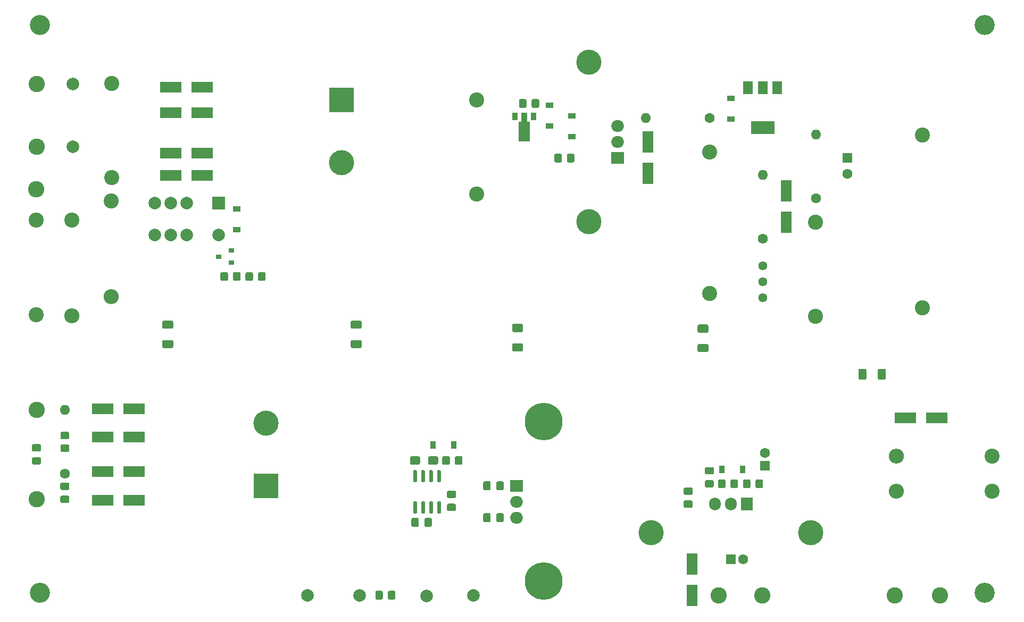
<source format=gbr>
G04 #@! TF.GenerationSoftware,KiCad,Pcbnew,(5.1.10-1-10_14)*
G04 #@! TF.CreationDate,2021-09-02T12:48:23+02:00*
G04 #@! TF.ProjectId,hv-power-supply,68762d70-6f77-4657-922d-737570706c79,rev?*
G04 #@! TF.SameCoordinates,Original*
G04 #@! TF.FileFunction,Soldermask,Top*
G04 #@! TF.FilePolarity,Negative*
%FSLAX46Y46*%
G04 Gerber Fmt 4.6, Leading zero omitted, Abs format (unit mm)*
G04 Created by KiCad (PCBNEW (5.1.10-1-10_14)) date 2021-09-02 12:48:23*
%MOMM*%
%LPD*%
G01*
G04 APERTURE LIST*
%ADD10O,1.600000X1.600000*%
%ADD11C,1.600000*%
%ADD12C,0.100000*%
%ADD13R,0.900000X1.300000*%
%ADD14R,1.500000X2.000000*%
%ADD15R,3.800000X2.000000*%
%ADD16O,2.400000X2.400000*%
%ADD17C,2.400000*%
%ADD18C,2.000000*%
%ADD19R,2.000000X2.000000*%
%ADD20C,2.600000*%
%ADD21C,6.000000*%
%ADD22C,4.000000*%
%ADD23R,3.500000X1.800000*%
%ADD24R,1.800000X3.500000*%
%ADD25R,1.200000X0.900000*%
%ADD26R,0.900000X1.200000*%
%ADD27R,4.000000X4.000000*%
%ADD28R,1.600000X1.600000*%
%ADD29O,2.000000X1.905000*%
%ADD30R,2.000000X1.905000*%
%ADD31O,1.905000X2.000000*%
%ADD32R,1.905000X2.000000*%
%ADD33R,0.900000X0.800000*%
%ADD34C,1.440000*%
%ADD35C,3.200000*%
G04 APERTURE END LIST*
D10*
X151257000Y-72263000D03*
D11*
X161417000Y-72263000D03*
D12*
G36*
X131062500Y-75959000D02*
G01*
X131062500Y-72834000D01*
X131479000Y-72834000D01*
X131479000Y-71359000D01*
X132379000Y-71359000D01*
X132379000Y-72834000D01*
X132795500Y-72834000D01*
X132795500Y-75959000D01*
X131062500Y-75959000D01*
G37*
D13*
X130429000Y-72009000D03*
X133429000Y-72009000D03*
D14*
X172162500Y-67437000D03*
X167562500Y-67437000D03*
X169862500Y-67437000D03*
D15*
X169862500Y-73737000D03*
D16*
X191135000Y-126111000D03*
D17*
X206375000Y-126111000D03*
D16*
X191135000Y-131635500D03*
D17*
X206375000Y-131635500D03*
D10*
X58801000Y-118681500D03*
D11*
X58801000Y-128841500D03*
D16*
X66167000Y-100647500D03*
D17*
X66167000Y-85407500D03*
D16*
X59944000Y-103695500D03*
D17*
X59944000Y-88455500D03*
G36*
G01*
X59251001Y-123409000D02*
X58350999Y-123409000D01*
G75*
G02*
X58101000Y-123159001I0J249999D01*
G01*
X58101000Y-122458999D01*
G75*
G02*
X58350999Y-122209000I249999J0D01*
G01*
X59251001Y-122209000D01*
G75*
G02*
X59501000Y-122458999I0J-249999D01*
G01*
X59501000Y-123159001D01*
G75*
G02*
X59251001Y-123409000I-249999J0D01*
G01*
G37*
G36*
G01*
X59251001Y-125409000D02*
X58350999Y-125409000D01*
G75*
G02*
X58101000Y-125159001I0J249999D01*
G01*
X58101000Y-124458999D01*
G75*
G02*
X58350999Y-124209000I249999J0D01*
G01*
X59251001Y-124209000D01*
G75*
G02*
X59501000Y-124458999I0J-249999D01*
G01*
X59501000Y-125159001D01*
G75*
G02*
X59251001Y-125409000I-249999J0D01*
G01*
G37*
D18*
X73152000Y-85788500D03*
X73152000Y-90868500D03*
X78232000Y-85788500D03*
D19*
X83312000Y-85788500D03*
D18*
X78232000Y-90868500D03*
X83312000Y-90868500D03*
X75692000Y-85788500D03*
X75692000Y-90868500D03*
D20*
X54229000Y-83566000D03*
X54292500Y-76771500D03*
X54292500Y-66802000D03*
X54292500Y-118681500D03*
X54292500Y-132969000D03*
D21*
X135026400Y-145999200D03*
X135026400Y-120599200D03*
D22*
X142176500Y-63373000D03*
X142176500Y-88773000D03*
D23*
X192548500Y-119951500D03*
X197548500Y-119951500D03*
D24*
X173609000Y-88836500D03*
X173609000Y-83836500D03*
D25*
X164846000Y-72388000D03*
X164846000Y-69088000D03*
D24*
X151638000Y-81073000D03*
X151638000Y-76073000D03*
D23*
X75645000Y-67310000D03*
X80645000Y-67310000D03*
D26*
X166647400Y-128193800D03*
X163347400Y-128193800D03*
D24*
X158648400Y-148259800D03*
X158648400Y-143259800D03*
D25*
X135953500Y-70169500D03*
X135953500Y-73469500D03*
X139509500Y-71884000D03*
X139509500Y-75184000D03*
D23*
X75645000Y-71374000D03*
X80645000Y-71374000D03*
X80645000Y-81407000D03*
X75645000Y-81407000D03*
X80645000Y-77851000D03*
X75645000Y-77851000D03*
X64850000Y-133096000D03*
X69850000Y-133096000D03*
X64850000Y-128524000D03*
X69850000Y-128524000D03*
X69850000Y-118554500D03*
X64850000Y-118554500D03*
X69850000Y-123063000D03*
X64850000Y-123063000D03*
D25*
X86169500Y-89977500D03*
X86169500Y-86677500D03*
G36*
G01*
X116636700Y-127196401D02*
X116636700Y-126346399D01*
G75*
G02*
X116886699Y-126096400I249999J0D01*
G01*
X117961701Y-126096400D01*
G75*
G02*
X118211700Y-126346399I0J-249999D01*
G01*
X118211700Y-127196401D01*
G75*
G02*
X117961701Y-127446400I-249999J0D01*
G01*
X116886699Y-127446400D01*
G75*
G02*
X116636700Y-127196401I0J249999D01*
G01*
G37*
G36*
G01*
X113761700Y-127196401D02*
X113761700Y-126346399D01*
G75*
G02*
X114011699Y-126096400I249999J0D01*
G01*
X115086701Y-126096400D01*
G75*
G02*
X115336700Y-126346399I0J-249999D01*
G01*
X115336700Y-127196401D01*
G75*
G02*
X115086701Y-127446400I-249999J0D01*
G01*
X114011699Y-127446400D01*
G75*
G02*
X113761700Y-127196401I0J249999D01*
G01*
G37*
D22*
X90805000Y-120810000D03*
D27*
X90805000Y-130810000D03*
D17*
X178308000Y-103836500D03*
X178308000Y-88836500D03*
G36*
G01*
X161866600Y-128992300D02*
X160916600Y-128992300D01*
G75*
G02*
X160666600Y-128742300I0J250000D01*
G01*
X160666600Y-128067300D01*
G75*
G02*
X160916600Y-127817300I250000J0D01*
G01*
X161866600Y-127817300D01*
G75*
G02*
X162116600Y-128067300I0J-250000D01*
G01*
X162116600Y-128742300D01*
G75*
G02*
X161866600Y-128992300I-250000J0D01*
G01*
G37*
G36*
G01*
X161866600Y-131067300D02*
X160916600Y-131067300D01*
G75*
G02*
X160666600Y-130817300I0J250000D01*
G01*
X160666600Y-130142300D01*
G75*
G02*
X160916600Y-129892300I250000J0D01*
G01*
X161866600Y-129892300D01*
G75*
G02*
X162116600Y-130142300I0J-250000D01*
G01*
X162116600Y-130817300D01*
G75*
G02*
X161866600Y-131067300I-250000J0D01*
G01*
G37*
X66230500Y-66724500D03*
X66230500Y-81724500D03*
D18*
X60071000Y-66771500D03*
X60071000Y-76771500D03*
G36*
G01*
X59276000Y-131461000D02*
X58326000Y-131461000D01*
G75*
G02*
X58076000Y-131211000I0J250000D01*
G01*
X58076000Y-130536000D01*
G75*
G02*
X58326000Y-130286000I250000J0D01*
G01*
X59276000Y-130286000D01*
G75*
G02*
X59526000Y-130536000I0J-250000D01*
G01*
X59526000Y-131211000D01*
G75*
G02*
X59276000Y-131461000I-250000J0D01*
G01*
G37*
G36*
G01*
X59276000Y-133536000D02*
X58326000Y-133536000D01*
G75*
G02*
X58076000Y-133286000I0J250000D01*
G01*
X58076000Y-132611000D01*
G75*
G02*
X58326000Y-132361000I250000J0D01*
G01*
X59276000Y-132361000D01*
G75*
G02*
X59526000Y-132611000I0J-250000D01*
G01*
X59526000Y-133286000D01*
G75*
G02*
X59276000Y-133536000I-250000J0D01*
G01*
G37*
D17*
X54229000Y-103519000D03*
X54229000Y-88519000D03*
G36*
G01*
X54767500Y-125343500D02*
X53817500Y-125343500D01*
G75*
G02*
X53567500Y-125093500I0J250000D01*
G01*
X53567500Y-124418500D01*
G75*
G02*
X53817500Y-124168500I250000J0D01*
G01*
X54767500Y-124168500D01*
G75*
G02*
X55017500Y-124418500I0J-250000D01*
G01*
X55017500Y-125093500D01*
G75*
G02*
X54767500Y-125343500I-250000J0D01*
G01*
G37*
G36*
G01*
X54767500Y-127418500D02*
X53817500Y-127418500D01*
G75*
G02*
X53567500Y-127168500I0J250000D01*
G01*
X53567500Y-126493500D01*
G75*
G02*
X53817500Y-126243500I250000J0D01*
G01*
X54767500Y-126243500D01*
G75*
G02*
X55017500Y-126493500I0J-250000D01*
G01*
X55017500Y-127168500D01*
G75*
G02*
X54767500Y-127418500I-250000J0D01*
G01*
G37*
D22*
X102870000Y-79342000D03*
D27*
X102870000Y-69342000D03*
D11*
X166782500Y-142494000D03*
D28*
X164782500Y-142494000D03*
D29*
X130708400Y-135890000D03*
X130708400Y-133350000D03*
D30*
X130708400Y-130810000D03*
D10*
X169862500Y-81280000D03*
D11*
X169862500Y-91440000D03*
D10*
X178371500Y-74866500D03*
D11*
X178371500Y-85026500D03*
D22*
X152082500Y-138303000D03*
X177482500Y-138303000D03*
D17*
X195326000Y-102430000D03*
X195326000Y-74930000D03*
D11*
X183324500Y-81089500D03*
D28*
X183324500Y-78589500D03*
D17*
X161417000Y-100160500D03*
X161417000Y-77660500D03*
G36*
G01*
X159750599Y-108215600D02*
X161000601Y-108215600D01*
G75*
G02*
X161250600Y-108465599I0J-249999D01*
G01*
X161250600Y-109265601D01*
G75*
G02*
X161000601Y-109515600I-249999J0D01*
G01*
X159750599Y-109515600D01*
G75*
G02*
X159500600Y-109265601I0J249999D01*
G01*
X159500600Y-108465599D01*
G75*
G02*
X159750599Y-108215600I249999J0D01*
G01*
G37*
G36*
G01*
X159750599Y-105115600D02*
X161000601Y-105115600D01*
G75*
G02*
X161250600Y-105365599I0J-249999D01*
G01*
X161250600Y-106165601D01*
G75*
G02*
X161000601Y-106415600I-249999J0D01*
G01*
X159750599Y-106415600D01*
G75*
G02*
X159500600Y-106165601I0J249999D01*
G01*
X159500600Y-105365599D01*
G75*
G02*
X159750599Y-105115600I249999J0D01*
G01*
G37*
G36*
G01*
X130248499Y-108114000D02*
X131498501Y-108114000D01*
G75*
G02*
X131748500Y-108363999I0J-249999D01*
G01*
X131748500Y-109164001D01*
G75*
G02*
X131498501Y-109414000I-249999J0D01*
G01*
X130248499Y-109414000D01*
G75*
G02*
X129998500Y-109164001I0J249999D01*
G01*
X129998500Y-108363999D01*
G75*
G02*
X130248499Y-108114000I249999J0D01*
G01*
G37*
G36*
G01*
X130248499Y-105014000D02*
X131498501Y-105014000D01*
G75*
G02*
X131748500Y-105263999I0J-249999D01*
G01*
X131748500Y-106064001D01*
G75*
G02*
X131498501Y-106314000I-249999J0D01*
G01*
X130248499Y-106314000D01*
G75*
G02*
X129998500Y-106064001I0J249999D01*
G01*
X129998500Y-105263999D01*
G75*
G02*
X130248499Y-105014000I249999J0D01*
G01*
G37*
G36*
G01*
X138719000Y-79063001D02*
X138719000Y-78162999D01*
G75*
G02*
X138968999Y-77913000I249999J0D01*
G01*
X139669001Y-77913000D01*
G75*
G02*
X139919000Y-78162999I0J-249999D01*
G01*
X139919000Y-79063001D01*
G75*
G02*
X139669001Y-79313000I-249999J0D01*
G01*
X138968999Y-79313000D01*
G75*
G02*
X138719000Y-79063001I0J249999D01*
G01*
G37*
G36*
G01*
X136719000Y-79063001D02*
X136719000Y-78162999D01*
G75*
G02*
X136968999Y-77913000I249999J0D01*
G01*
X137669001Y-77913000D01*
G75*
G02*
X137919000Y-78162999I0J-249999D01*
G01*
X137919000Y-79063001D01*
G75*
G02*
X137669001Y-79313000I-249999J0D01*
G01*
X136968999Y-79313000D01*
G75*
G02*
X136719000Y-79063001I0J249999D01*
G01*
G37*
G36*
G01*
X133099000Y-70363501D02*
X133099000Y-69463499D01*
G75*
G02*
X133348999Y-69213500I249999J0D01*
G01*
X134049001Y-69213500D01*
G75*
G02*
X134299000Y-69463499I0J-249999D01*
G01*
X134299000Y-70363501D01*
G75*
G02*
X134049001Y-70613500I-249999J0D01*
G01*
X133348999Y-70613500D01*
G75*
G02*
X133099000Y-70363501I0J249999D01*
G01*
G37*
G36*
G01*
X131099000Y-70363501D02*
X131099000Y-69463499D01*
G75*
G02*
X131348999Y-69213500I249999J0D01*
G01*
X132049001Y-69213500D01*
G75*
G02*
X132299000Y-69463499I0J-249999D01*
G01*
X132299000Y-70363501D01*
G75*
G02*
X132049001Y-70613500I-249999J0D01*
G01*
X131348999Y-70613500D01*
G75*
G02*
X131099000Y-70363501I0J249999D01*
G01*
G37*
G36*
G01*
X120820200Y-132751500D02*
X119870200Y-132751500D01*
G75*
G02*
X119620200Y-132501500I0J250000D01*
G01*
X119620200Y-131826500D01*
G75*
G02*
X119870200Y-131576500I250000J0D01*
G01*
X120820200Y-131576500D01*
G75*
G02*
X121070200Y-131826500I0J-250000D01*
G01*
X121070200Y-132501500D01*
G75*
G02*
X120820200Y-132751500I-250000J0D01*
G01*
G37*
G36*
G01*
X120820200Y-134826500D02*
X119870200Y-134826500D01*
G75*
G02*
X119620200Y-134576500I0J250000D01*
G01*
X119620200Y-133901500D01*
G75*
G02*
X119870200Y-133651500I250000J0D01*
G01*
X120820200Y-133651500D01*
G75*
G02*
X121070200Y-133901500I0J-250000D01*
G01*
X121070200Y-134576500D01*
G75*
G02*
X120820200Y-134826500I-250000J0D01*
G01*
G37*
G36*
G01*
X116041500Y-137101600D02*
X116041500Y-136151600D01*
G75*
G02*
X116291500Y-135901600I250000J0D01*
G01*
X116966500Y-135901600D01*
G75*
G02*
X117216500Y-136151600I0J-250000D01*
G01*
X117216500Y-137101600D01*
G75*
G02*
X116966500Y-137351600I-250000J0D01*
G01*
X116291500Y-137351600D01*
G75*
G02*
X116041500Y-137101600I0J250000D01*
G01*
G37*
G36*
G01*
X113966500Y-137101600D02*
X113966500Y-136151600D01*
G75*
G02*
X114216500Y-135901600I250000J0D01*
G01*
X114891500Y-135901600D01*
G75*
G02*
X115141500Y-136151600I0J-250000D01*
G01*
X115141500Y-137101600D01*
G75*
G02*
X114891500Y-137351600I-250000J0D01*
G01*
X114216500Y-137351600D01*
G75*
G02*
X113966500Y-137101600I0J250000D01*
G01*
G37*
G36*
G01*
X126579300Y-135415000D02*
X126579300Y-136365000D01*
G75*
G02*
X126329300Y-136615000I-250000J0D01*
G01*
X125654300Y-136615000D01*
G75*
G02*
X125404300Y-136365000I0J250000D01*
G01*
X125404300Y-135415000D01*
G75*
G02*
X125654300Y-135165000I250000J0D01*
G01*
X126329300Y-135165000D01*
G75*
G02*
X126579300Y-135415000I0J-250000D01*
G01*
G37*
G36*
G01*
X128654300Y-135415000D02*
X128654300Y-136365000D01*
G75*
G02*
X128404300Y-136615000I-250000J0D01*
G01*
X127729300Y-136615000D01*
G75*
G02*
X127479300Y-136365000I0J250000D01*
G01*
X127479300Y-135415000D01*
G75*
G02*
X127729300Y-135165000I250000J0D01*
G01*
X128404300Y-135165000D01*
G75*
G02*
X128654300Y-135415000I0J-250000D01*
G01*
G37*
G36*
G01*
X126579300Y-130335000D02*
X126579300Y-131285000D01*
G75*
G02*
X126329300Y-131535000I-250000J0D01*
G01*
X125654300Y-131535000D01*
G75*
G02*
X125404300Y-131285000I0J250000D01*
G01*
X125404300Y-130335000D01*
G75*
G02*
X125654300Y-130085000I250000J0D01*
G01*
X126329300Y-130085000D01*
G75*
G02*
X126579300Y-130335000I0J-250000D01*
G01*
G37*
G36*
G01*
X128654300Y-130335000D02*
X128654300Y-131285000D01*
G75*
G02*
X128404300Y-131535000I-250000J0D01*
G01*
X127729300Y-131535000D01*
G75*
G02*
X127479300Y-131285000I0J250000D01*
G01*
X127479300Y-130335000D01*
G75*
G02*
X127729300Y-130085000I250000J0D01*
G01*
X128404300Y-130085000D01*
G75*
G02*
X128654300Y-130335000I0J-250000D01*
G01*
G37*
G36*
G01*
X158488400Y-132243500D02*
X157538400Y-132243500D01*
G75*
G02*
X157288400Y-131993500I0J250000D01*
G01*
X157288400Y-131318500D01*
G75*
G02*
X157538400Y-131068500I250000J0D01*
G01*
X158488400Y-131068500D01*
G75*
G02*
X158738400Y-131318500I0J-250000D01*
G01*
X158738400Y-131993500D01*
G75*
G02*
X158488400Y-132243500I-250000J0D01*
G01*
G37*
G36*
G01*
X158488400Y-134318500D02*
X157538400Y-134318500D01*
G75*
G02*
X157288400Y-134068500I0J250000D01*
G01*
X157288400Y-133393500D01*
G75*
G02*
X157538400Y-133143500I250000J0D01*
G01*
X158488400Y-133143500D01*
G75*
G02*
X158738400Y-133393500I0J-250000D01*
G01*
X158738400Y-134068500D01*
G75*
G02*
X158488400Y-134318500I-250000J0D01*
G01*
G37*
G36*
G01*
X110220200Y-148684401D02*
X110220200Y-147784399D01*
G75*
G02*
X110470199Y-147534400I249999J0D01*
G01*
X111170201Y-147534400D01*
G75*
G02*
X111420200Y-147784399I0J-249999D01*
G01*
X111420200Y-148684401D01*
G75*
G02*
X111170201Y-148934400I-249999J0D01*
G01*
X110470199Y-148934400D01*
G75*
G02*
X110220200Y-148684401I0J249999D01*
G01*
G37*
G36*
G01*
X108220200Y-148684401D02*
X108220200Y-147784399D01*
G75*
G02*
X108470199Y-147534400I249999J0D01*
G01*
X109170201Y-147534400D01*
G75*
G02*
X109420200Y-147784399I0J-249999D01*
G01*
X109420200Y-148684401D01*
G75*
G02*
X109170201Y-148934400I-249999J0D01*
G01*
X108470199Y-148934400D01*
G75*
G02*
X108220200Y-148684401I0J249999D01*
G01*
G37*
D18*
X116357400Y-148336000D03*
X123850400Y-148234400D03*
X97434400Y-148234400D03*
X105740200Y-148234400D03*
G36*
G01*
X118214000Y-133264000D02*
X118514000Y-133264000D01*
G75*
G02*
X118664000Y-133414000I0J-150000D01*
G01*
X118664000Y-135064000D01*
G75*
G02*
X118514000Y-135214000I-150000J0D01*
G01*
X118214000Y-135214000D01*
G75*
G02*
X118064000Y-135064000I0J150000D01*
G01*
X118064000Y-133414000D01*
G75*
G02*
X118214000Y-133264000I150000J0D01*
G01*
G37*
G36*
G01*
X116944000Y-133264000D02*
X117244000Y-133264000D01*
G75*
G02*
X117394000Y-133414000I0J-150000D01*
G01*
X117394000Y-135064000D01*
G75*
G02*
X117244000Y-135214000I-150000J0D01*
G01*
X116944000Y-135214000D01*
G75*
G02*
X116794000Y-135064000I0J150000D01*
G01*
X116794000Y-133414000D01*
G75*
G02*
X116944000Y-133264000I150000J0D01*
G01*
G37*
G36*
G01*
X115674000Y-133264000D02*
X115974000Y-133264000D01*
G75*
G02*
X116124000Y-133414000I0J-150000D01*
G01*
X116124000Y-135064000D01*
G75*
G02*
X115974000Y-135214000I-150000J0D01*
G01*
X115674000Y-135214000D01*
G75*
G02*
X115524000Y-135064000I0J150000D01*
G01*
X115524000Y-133414000D01*
G75*
G02*
X115674000Y-133264000I150000J0D01*
G01*
G37*
G36*
G01*
X114404000Y-133264000D02*
X114704000Y-133264000D01*
G75*
G02*
X114854000Y-133414000I0J-150000D01*
G01*
X114854000Y-135064000D01*
G75*
G02*
X114704000Y-135214000I-150000J0D01*
G01*
X114404000Y-135214000D01*
G75*
G02*
X114254000Y-135064000I0J150000D01*
G01*
X114254000Y-133414000D01*
G75*
G02*
X114404000Y-133264000I150000J0D01*
G01*
G37*
G36*
G01*
X114404000Y-128314000D02*
X114704000Y-128314000D01*
G75*
G02*
X114854000Y-128464000I0J-150000D01*
G01*
X114854000Y-130114000D01*
G75*
G02*
X114704000Y-130264000I-150000J0D01*
G01*
X114404000Y-130264000D01*
G75*
G02*
X114254000Y-130114000I0J150000D01*
G01*
X114254000Y-128464000D01*
G75*
G02*
X114404000Y-128314000I150000J0D01*
G01*
G37*
G36*
G01*
X115674000Y-128314000D02*
X115974000Y-128314000D01*
G75*
G02*
X116124000Y-128464000I0J-150000D01*
G01*
X116124000Y-130114000D01*
G75*
G02*
X115974000Y-130264000I-150000J0D01*
G01*
X115674000Y-130264000D01*
G75*
G02*
X115524000Y-130114000I0J150000D01*
G01*
X115524000Y-128464000D01*
G75*
G02*
X115674000Y-128314000I150000J0D01*
G01*
G37*
G36*
G01*
X116944000Y-128314000D02*
X117244000Y-128314000D01*
G75*
G02*
X117394000Y-128464000I0J-150000D01*
G01*
X117394000Y-130114000D01*
G75*
G02*
X117244000Y-130264000I-150000J0D01*
G01*
X116944000Y-130264000D01*
G75*
G02*
X116794000Y-130114000I0J150000D01*
G01*
X116794000Y-128464000D01*
G75*
G02*
X116944000Y-128314000I150000J0D01*
G01*
G37*
G36*
G01*
X118214000Y-128314000D02*
X118514000Y-128314000D01*
G75*
G02*
X118664000Y-128464000I0J-150000D01*
G01*
X118664000Y-130114000D01*
G75*
G02*
X118514000Y-130264000I-150000J0D01*
G01*
X118214000Y-130264000D01*
G75*
G02*
X118064000Y-130114000I0J150000D01*
G01*
X118064000Y-128464000D01*
G75*
G02*
X118214000Y-128314000I150000J0D01*
G01*
G37*
D31*
X162242500Y-133731000D03*
X164782500Y-133731000D03*
D32*
X167322500Y-133731000D03*
G36*
G01*
X186399000Y-112404999D02*
X186399000Y-113655001D01*
G75*
G02*
X186149001Y-113905000I-249999J0D01*
G01*
X185348999Y-113905000D01*
G75*
G02*
X185099000Y-113655001I0J249999D01*
G01*
X185099000Y-112404999D01*
G75*
G02*
X185348999Y-112155000I249999J0D01*
G01*
X186149001Y-112155000D01*
G75*
G02*
X186399000Y-112404999I0J-249999D01*
G01*
G37*
G36*
G01*
X189499000Y-112404999D02*
X189499000Y-113655001D01*
G75*
G02*
X189249001Y-113905000I-249999J0D01*
G01*
X188448999Y-113905000D01*
G75*
G02*
X188199000Y-113655001I0J249999D01*
G01*
X188199000Y-112404999D01*
G75*
G02*
X188448999Y-112155000I249999J0D01*
G01*
X189249001Y-112155000D01*
G75*
G02*
X189499000Y-112404999I0J-249999D01*
G01*
G37*
G36*
G01*
X104556399Y-107579400D02*
X105806401Y-107579400D01*
G75*
G02*
X106056400Y-107829399I0J-249999D01*
G01*
X106056400Y-108629401D01*
G75*
G02*
X105806401Y-108879400I-249999J0D01*
G01*
X104556399Y-108879400D01*
G75*
G02*
X104306400Y-108629401I0J249999D01*
G01*
X104306400Y-107829399D01*
G75*
G02*
X104556399Y-107579400I249999J0D01*
G01*
G37*
G36*
G01*
X104556399Y-104479400D02*
X105806401Y-104479400D01*
G75*
G02*
X106056400Y-104729399I0J-249999D01*
G01*
X106056400Y-105529401D01*
G75*
G02*
X105806401Y-105779400I-249999J0D01*
G01*
X104556399Y-105779400D01*
G75*
G02*
X104306400Y-105529401I0J249999D01*
G01*
X104306400Y-104729399D01*
G75*
G02*
X104556399Y-104479400I249999J0D01*
G01*
G37*
G36*
G01*
X74558999Y-107580000D02*
X75809001Y-107580000D01*
G75*
G02*
X76059000Y-107829999I0J-249999D01*
G01*
X76059000Y-108630001D01*
G75*
G02*
X75809001Y-108880000I-249999J0D01*
G01*
X74558999Y-108880000D01*
G75*
G02*
X74309000Y-108630001I0J249999D01*
G01*
X74309000Y-107829999D01*
G75*
G02*
X74558999Y-107580000I249999J0D01*
G01*
G37*
G36*
G01*
X74558999Y-104480000D02*
X75809001Y-104480000D01*
G75*
G02*
X76059000Y-104729999I0J-249999D01*
G01*
X76059000Y-105530001D01*
G75*
G02*
X75809001Y-105780000I-249999J0D01*
G01*
X74558999Y-105780000D01*
G75*
G02*
X74309000Y-105530001I0J249999D01*
G01*
X74309000Y-104729999D01*
G75*
G02*
X74558999Y-104480000I249999J0D01*
G01*
G37*
G36*
G01*
X84769500Y-97022499D02*
X84769500Y-97922501D01*
G75*
G02*
X84519501Y-98172500I-249999J0D01*
G01*
X83819499Y-98172500D01*
G75*
G02*
X83569500Y-97922501I0J249999D01*
G01*
X83569500Y-97022499D01*
G75*
G02*
X83819499Y-96772500I249999J0D01*
G01*
X84519501Y-96772500D01*
G75*
G02*
X84769500Y-97022499I0J-249999D01*
G01*
G37*
G36*
G01*
X86769500Y-97022499D02*
X86769500Y-97922501D01*
G75*
G02*
X86519501Y-98172500I-249999J0D01*
G01*
X85819499Y-98172500D01*
G75*
G02*
X85569500Y-97922501I0J249999D01*
G01*
X85569500Y-97022499D01*
G75*
G02*
X85819499Y-96772500I249999J0D01*
G01*
X86519501Y-96772500D01*
G75*
G02*
X86769500Y-97022499I0J-249999D01*
G01*
G37*
G36*
G01*
X89554000Y-97922501D02*
X89554000Y-97022499D01*
G75*
G02*
X89803999Y-96772500I249999J0D01*
G01*
X90504001Y-96772500D01*
G75*
G02*
X90754000Y-97022499I0J-249999D01*
G01*
X90754000Y-97922501D01*
G75*
G02*
X90504001Y-98172500I-249999J0D01*
G01*
X89803999Y-98172500D01*
G75*
G02*
X89554000Y-97922501I0J249999D01*
G01*
G37*
G36*
G01*
X87554000Y-97922501D02*
X87554000Y-97022499D01*
G75*
G02*
X87803999Y-96772500I249999J0D01*
G01*
X88504001Y-96772500D01*
G75*
G02*
X88754000Y-97022499I0J-249999D01*
G01*
X88754000Y-97922501D01*
G75*
G02*
X88504001Y-98172500I-249999J0D01*
G01*
X87803999Y-98172500D01*
G75*
G02*
X87554000Y-97922501I0J249999D01*
G01*
G37*
G36*
G01*
X120881600Y-127221401D02*
X120881600Y-126321399D01*
G75*
G02*
X121131599Y-126071400I249999J0D01*
G01*
X121831601Y-126071400D01*
G75*
G02*
X122081600Y-126321399I0J-249999D01*
G01*
X122081600Y-127221401D01*
G75*
G02*
X121831601Y-127471400I-249999J0D01*
G01*
X121131599Y-127471400D01*
G75*
G02*
X120881600Y-127221401I0J249999D01*
G01*
G37*
G36*
G01*
X118881600Y-127221401D02*
X118881600Y-126321399D01*
G75*
G02*
X119131599Y-126071400I249999J0D01*
G01*
X119831601Y-126071400D01*
G75*
G02*
X120081600Y-126321399I0J-249999D01*
G01*
X120081600Y-127221401D01*
G75*
G02*
X119831601Y-127471400I-249999J0D01*
G01*
X119131599Y-127471400D01*
G75*
G02*
X118881600Y-127221401I0J249999D01*
G01*
G37*
G36*
G01*
X164754000Y-130929801D02*
X164754000Y-130029799D01*
G75*
G02*
X165003999Y-129779800I249999J0D01*
G01*
X165704001Y-129779800D01*
G75*
G02*
X165954000Y-130029799I0J-249999D01*
G01*
X165954000Y-130929801D01*
G75*
G02*
X165704001Y-131179800I-249999J0D01*
G01*
X165003999Y-131179800D01*
G75*
G02*
X164754000Y-130929801I0J249999D01*
G01*
G37*
G36*
G01*
X162754000Y-130929801D02*
X162754000Y-130029799D01*
G75*
G02*
X163003999Y-129779800I249999J0D01*
G01*
X163704001Y-129779800D01*
G75*
G02*
X163954000Y-130029799I0J-249999D01*
G01*
X163954000Y-130929801D01*
G75*
G02*
X163704001Y-131179800I-249999J0D01*
G01*
X163003999Y-131179800D01*
G75*
G02*
X162754000Y-130929801I0J249999D01*
G01*
G37*
G36*
G01*
X168735200Y-130929801D02*
X168735200Y-130029799D01*
G75*
G02*
X168985199Y-129779800I249999J0D01*
G01*
X169685201Y-129779800D01*
G75*
G02*
X169935200Y-130029799I0J-249999D01*
G01*
X169935200Y-130929801D01*
G75*
G02*
X169685201Y-131179800I-249999J0D01*
G01*
X168985199Y-131179800D01*
G75*
G02*
X168735200Y-130929801I0J249999D01*
G01*
G37*
G36*
G01*
X166735200Y-130929801D02*
X166735200Y-130029799D01*
G75*
G02*
X166985199Y-129779800I249999J0D01*
G01*
X167685201Y-129779800D01*
G75*
G02*
X167935200Y-130029799I0J-249999D01*
G01*
X167935200Y-130929801D01*
G75*
G02*
X167685201Y-131179800I-249999J0D01*
G01*
X166985199Y-131179800D01*
G75*
G02*
X166735200Y-130929801I0J249999D01*
G01*
G37*
D33*
X83312000Y-94297500D03*
X85312000Y-93347500D03*
X85312000Y-95247500D03*
D20*
X169849800Y-148272500D03*
X162877500Y-148272500D03*
D26*
X120725200Y-124307600D03*
X117425200Y-124307600D03*
D11*
X170205400Y-125584200D03*
D28*
X170205400Y-127584200D03*
D20*
X190881000Y-148272500D03*
D34*
X169862500Y-100838000D03*
X169862500Y-98298000D03*
X169862500Y-95758000D03*
D29*
X146748500Y-73533000D03*
X146748500Y-76073000D03*
D30*
X146748500Y-78613000D03*
D20*
X198120000Y-148272500D03*
D35*
X205232000Y-57404000D03*
X205232000Y-147828000D03*
X54864000Y-147828000D03*
X54864000Y-57404000D03*
D17*
X124333000Y-84342000D03*
X124333000Y-69342000D03*
M02*

</source>
